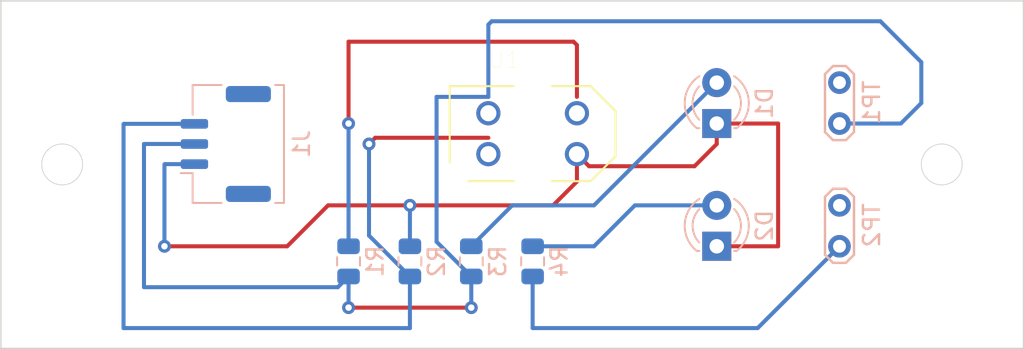
<source format=kicad_pcb>
(kicad_pcb (version 20171130) (host pcbnew "(5.1.5)-3")

  (general
    (thickness 1.6)
    (drawings 6)
    (tracks 69)
    (zones 0)
    (modules 10)
    (nets 8)
  )

  (page A4)
  (title_block
    (title "Sensor de velocidad")
    (date 2020-06-30)
    (comment 3 "Verónica Ríos Vargas")
    (comment 4 Diseño:)
  )

  (layers
    (0 F.Cu signal)
    (31 B.Cu signal)
    (32 B.Adhes user)
    (33 F.Adhes user)
    (34 B.Paste user)
    (35 F.Paste user)
    (36 B.SilkS user)
    (37 F.SilkS user)
    (38 B.Mask user)
    (39 F.Mask user)
    (40 Dwgs.User user)
    (41 Cmts.User user)
    (42 Eco1.User user)
    (43 Eco2.User user)
    (44 Edge.Cuts user)
    (45 Margin user)
    (46 B.CrtYd user)
    (47 F.CrtYd user)
    (48 B.Fab user)
    (49 F.Fab user)
  )

  (setup
    (last_trace_width 0.25)
    (trace_clearance 0.2)
    (zone_clearance 0.508)
    (zone_45_only no)
    (trace_min 0.2)
    (via_size 0.8)
    (via_drill 0.4)
    (via_min_size 0.4)
    (via_min_drill 0.3)
    (uvia_size 0.3)
    (uvia_drill 0.1)
    (uvias_allowed no)
    (uvia_min_size 0.2)
    (uvia_min_drill 0.1)
    (edge_width 0.05)
    (segment_width 0.2)
    (pcb_text_width 0.3)
    (pcb_text_size 1.5 1.5)
    (mod_edge_width 0.12)
    (mod_text_size 1 1)
    (mod_text_width 0.15)
    (pad_size 1.524 1.524)
    (pad_drill 0.762)
    (pad_to_mask_clearance 0.051)
    (solder_mask_min_width 0.25)
    (aux_axis_origin 0 0)
    (visible_elements 7FFFFFFF)
    (pcbplotparams
      (layerselection 0x010fc_ffffffff)
      (usegerberextensions false)
      (usegerberattributes false)
      (usegerberadvancedattributes false)
      (creategerberjobfile false)
      (excludeedgelayer true)
      (linewidth 0.100000)
      (plotframeref false)
      (viasonmask false)
      (mode 1)
      (useauxorigin false)
      (hpglpennumber 1)
      (hpglpenspeed 20)
      (hpglpendiameter 15.000000)
      (psnegative false)
      (psa4output false)
      (plotreference true)
      (plotvalue true)
      (plotinvisibletext false)
      (padsonsilk false)
      (subtractmaskfromsilk false)
      (outputformat 1)
      (mirror false)
      (drillshape 1)
      (scaleselection 1)
      (outputdirectory ""))
  )

  (net 0 "")
  (net 1 GND)
  (net 2 "Net-(D1-Pad2)")
  (net 3 "Net-(D2-Pad2)")
  (net 4 /out)
  (net 5 +5V)
  (net 6 "Net-(R1-Pad2)")
  (net 7 "Net-(J1-Pad3)")

  (net_class Default "Esta es la clase de red por defecto."
    (clearance 0.2)
    (trace_width 0.25)
    (via_dia 0.8)
    (via_drill 0.4)
    (uvia_dia 0.3)
    (uvia_drill 0.1)
    (add_net +5V)
    (add_net /out)
    (add_net GND)
    (add_net "Net-(D1-Pad2)")
    (add_net "Net-(D2-Pad2)")
    (add_net "Net-(J1-Pad3)")
    (add_net "Net-(R1-Pad2)")
  )

  (module LED_THT:LED_D3.0mm (layer B.Cu) (tedit 587A3A7B) (tstamp 5EFBE68C)
    (at 166.37 63.5 90)
    (descr "LED, diameter 3.0mm, 2 pins")
    (tags "LED diameter 3.0mm 2 pins")
    (path /5EFCA59F)
    (fp_text reference D1 (at 1.27 2.96 90) (layer B.SilkS)
      (effects (font (size 1 1) (thickness 0.15)) (justify mirror))
    )
    (fp_text value LED (at 1.27 -2.96 90) (layer B.Fab)
      (effects (font (size 1 1) (thickness 0.15)) (justify mirror))
    )
    (fp_arc (start 1.27 0) (end -0.23 1.16619) (angle -284.3) (layer B.Fab) (width 0.1))
    (fp_arc (start 1.27 0) (end -0.29 1.235516) (angle -108.8) (layer B.SilkS) (width 0.12))
    (fp_arc (start 1.27 0) (end -0.29 -1.235516) (angle 108.8) (layer B.SilkS) (width 0.12))
    (fp_arc (start 1.27 0) (end 0.229039 1.08) (angle -87.9) (layer B.SilkS) (width 0.12))
    (fp_arc (start 1.27 0) (end 0.229039 -1.08) (angle 87.9) (layer B.SilkS) (width 0.12))
    (fp_circle (center 1.27 0) (end 2.77 0) (layer B.Fab) (width 0.1))
    (fp_line (start -0.23 1.16619) (end -0.23 -1.16619) (layer B.Fab) (width 0.1))
    (fp_line (start -0.29 1.236) (end -0.29 1.08) (layer B.SilkS) (width 0.12))
    (fp_line (start -0.29 -1.08) (end -0.29 -1.236) (layer B.SilkS) (width 0.12))
    (fp_line (start -1.15 2.25) (end -1.15 -2.25) (layer B.CrtYd) (width 0.05))
    (fp_line (start -1.15 -2.25) (end 3.7 -2.25) (layer B.CrtYd) (width 0.05))
    (fp_line (start 3.7 -2.25) (end 3.7 2.25) (layer B.CrtYd) (width 0.05))
    (fp_line (start 3.7 2.25) (end -1.15 2.25) (layer B.CrtYd) (width 0.05))
    (pad 1 thru_hole rect (at 0 0 90) (size 1.8 1.8) (drill 0.9) (layers *.Cu *.Mask)
      (net 1 GND))
    (pad 2 thru_hole circle (at 2.54 0 90) (size 1.8 1.8) (drill 0.9) (layers *.Cu *.Mask)
      (net 2 "Net-(D1-Pad2)"))
    (model ${KISYS3DMOD}/LED_THT.3dshapes/LED_D3.0mm.wrl
      (at (xyz 0 0 0))
      (scale (xyz 1 1 1))
      (rotate (xyz 0 0 0))
    )
  )

  (module LED_THT:LED_D3.0mm (layer B.Cu) (tedit 587A3A7B) (tstamp 5EFBE69F)
    (at 166.37 71.12 90)
    (descr "LED, diameter 3.0mm, 2 pins")
    (tags "LED diameter 3.0mm 2 pins")
    (path /5EFD3092)
    (fp_text reference D2 (at 1.27 2.96 90) (layer B.SilkS)
      (effects (font (size 1 1) (thickness 0.15)) (justify mirror))
    )
    (fp_text value LED (at 1.27 -2.96 90) (layer B.Fab)
      (effects (font (size 1 1) (thickness 0.15)) (justify mirror))
    )
    (fp_line (start 3.7 2.25) (end -1.15 2.25) (layer B.CrtYd) (width 0.05))
    (fp_line (start 3.7 -2.25) (end 3.7 2.25) (layer B.CrtYd) (width 0.05))
    (fp_line (start -1.15 -2.25) (end 3.7 -2.25) (layer B.CrtYd) (width 0.05))
    (fp_line (start -1.15 2.25) (end -1.15 -2.25) (layer B.CrtYd) (width 0.05))
    (fp_line (start -0.29 -1.08) (end -0.29 -1.236) (layer B.SilkS) (width 0.12))
    (fp_line (start -0.29 1.236) (end -0.29 1.08) (layer B.SilkS) (width 0.12))
    (fp_line (start -0.23 1.16619) (end -0.23 -1.16619) (layer B.Fab) (width 0.1))
    (fp_circle (center 1.27 0) (end 2.77 0) (layer B.Fab) (width 0.1))
    (fp_arc (start 1.27 0) (end 0.229039 -1.08) (angle 87.9) (layer B.SilkS) (width 0.12))
    (fp_arc (start 1.27 0) (end 0.229039 1.08) (angle -87.9) (layer B.SilkS) (width 0.12))
    (fp_arc (start 1.27 0) (end -0.29 -1.235516) (angle 108.8) (layer B.SilkS) (width 0.12))
    (fp_arc (start 1.27 0) (end -0.29 1.235516) (angle -108.8) (layer B.SilkS) (width 0.12))
    (fp_arc (start 1.27 0) (end -0.23 1.16619) (angle -284.3) (layer B.Fab) (width 0.1))
    (pad 2 thru_hole circle (at 2.54 0 90) (size 1.8 1.8) (drill 0.9) (layers *.Cu *.Mask)
      (net 3 "Net-(D2-Pad2)"))
    (pad 1 thru_hole rect (at 0 0 90) (size 1.8 1.8) (drill 0.9) (layers *.Cu *.Mask)
      (net 1 GND))
    (model ${KISYS3DMOD}/LED_THT.3dshapes/LED_D3.0mm.wrl
      (at (xyz 0 0 0))
      (scale (xyz 1 1 1))
      (rotate (xyz 0 0 0))
    )
  )

  (module Connector_Molex:Molex_CLIK-Mate_502382-0370_1x03-1MP_P1.25mm_Vertical (layer B.Cu) (tedit 5B78AD89) (tstamp 5EFBE6BB)
    (at 135.89 64.77 90)
    (descr "Molex CLIK-Mate series connector, 502382-0370 (http://www.molex.com/pdm_docs/sd/5023820270_sd.pdf), generated with kicad-footprint-generator")
    (tags "connector Molex CLIK-Mate side entry")
    (path /5EFD1FF6)
    (attr smd)
    (fp_text reference J1 (at 0 4.7 -90) (layer B.SilkS)
      (effects (font (size 1 1) (thickness 0.15)) (justify mirror))
    )
    (fp_text value Conn_01x03_Female (at 0 -4 -90) (layer B.Fab)
      (effects (font (size 1 1) (thickness 0.15)) (justify mirror))
    )
    (fp_line (start -3.55 -1.95) (end 3.55 -1.95) (layer B.Fab) (width 0.1))
    (fp_line (start -3.66 -0.26) (end -3.66 -2.06) (layer B.SilkS) (width 0.12))
    (fp_line (start -3.66 -2.06) (end -1.81 -2.06) (layer B.SilkS) (width 0.12))
    (fp_line (start -1.81 -2.06) (end -1.81 -2.8) (layer B.SilkS) (width 0.12))
    (fp_line (start 3.66 -0.26) (end 3.66 -2.06) (layer B.SilkS) (width 0.12))
    (fp_line (start 3.66 -2.06) (end 1.81 -2.06) (layer B.SilkS) (width 0.12))
    (fp_line (start -3.66 3.06) (end -3.66 3.61) (layer B.SilkS) (width 0.12))
    (fp_line (start -3.66 3.61) (end 3.66 3.61) (layer B.SilkS) (width 0.12))
    (fp_line (start 3.66 3.61) (end 3.66 3.06) (layer B.SilkS) (width 0.12))
    (fp_line (start -3.55 3.5) (end 3.55 3.5) (layer B.Fab) (width 0.1))
    (fp_line (start -3.55 -1.95) (end -3.55 3.5) (layer B.Fab) (width 0.1))
    (fp_line (start 3.55 -1.95) (end 3.55 3.5) (layer B.Fab) (width 0.1))
    (fp_line (start -4.1 4) (end -4.1 -3.3) (layer B.CrtYd) (width 0.05))
    (fp_line (start -4.1 -3.3) (end 4.1 -3.3) (layer B.CrtYd) (width 0.05))
    (fp_line (start 4.1 -3.3) (end 4.1 4) (layer B.CrtYd) (width 0.05))
    (fp_line (start 4.1 4) (end -4.1 4) (layer B.CrtYd) (width 0.05))
    (fp_line (start -1.75 -1.95) (end -1.25 -1.242893) (layer B.Fab) (width 0.1))
    (fp_line (start -1.25 -1.242893) (end -0.75 -1.95) (layer B.Fab) (width 0.1))
    (fp_text user %R (at 0 0.77 -90) (layer B.Fab)
      (effects (font (size 1 1) (thickness 0.15)) (justify mirror))
    )
    (pad 1 smd roundrect (at -1.25 -1.95 90) (size 0.6 1.7) (layers B.Cu B.Paste B.Mask) (roundrect_rratio 0.25)
      (net 1 GND))
    (pad 2 smd roundrect (at 0 -1.95 90) (size 0.6 1.7) (layers B.Cu B.Paste B.Mask) (roundrect_rratio 0.25)
      (net 5 +5V))
    (pad 3 smd roundrect (at 1.25 -1.95 90) (size 0.6 1.7) (layers B.Cu B.Paste B.Mask) (roundrect_rratio 0.25)
      (net 7 "Net-(J1-Pad3)"))
    (pad MP smd roundrect (at -3.1 1.4 90) (size 1 2.8) (layers B.Cu B.Paste B.Mask) (roundrect_rratio 0.25))
    (pad MP smd roundrect (at 3.1 1.4 90) (size 1 2.8) (layers B.Cu B.Paste B.Mask) (roundrect_rratio 0.25))
    (model ${KISYS3DMOD}/Connector_Molex.3dshapes/Molex_CLIK-Mate_502382-0370_1x03-1MP_P1.25mm_Vertical.wrl
      (at (xyz 0 0 0))
      (scale (xyz 1 1 1))
      (rotate (xyz 0 0 0))
    )
  )

  (module Resistor_SMD:R_0805_2012Metric (layer B.Cu) (tedit 5B36C52B) (tstamp 5EFBE6CC)
    (at 143.51 72.0575 90)
    (descr "Resistor SMD 0805 (2012 Metric), square (rectangular) end terminal, IPC_7351 nominal, (Body size source: https://docs.google.com/spreadsheets/d/1BsfQQcO9C6DZCsRaXUlFlo91Tg2WpOkGARC1WS5S8t0/edit?usp=sharing), generated with kicad-footprint-generator")
    (tags resistor)
    (path /5EF6F017)
    (attr smd)
    (fp_text reference R1 (at 0 1.65 90) (layer B.SilkS)
      (effects (font (size 1 1) (thickness 0.15)) (justify mirror))
    )
    (fp_text value 100 (at 0 -1.65 90) (layer B.Fab)
      (effects (font (size 1 1) (thickness 0.15)) (justify mirror))
    )
    (fp_line (start -1 -0.6) (end -1 0.6) (layer B.Fab) (width 0.1))
    (fp_line (start -1 0.6) (end 1 0.6) (layer B.Fab) (width 0.1))
    (fp_line (start 1 0.6) (end 1 -0.6) (layer B.Fab) (width 0.1))
    (fp_line (start 1 -0.6) (end -1 -0.6) (layer B.Fab) (width 0.1))
    (fp_line (start -0.258578 0.71) (end 0.258578 0.71) (layer B.SilkS) (width 0.12))
    (fp_line (start -0.258578 -0.71) (end 0.258578 -0.71) (layer B.SilkS) (width 0.12))
    (fp_line (start -1.68 -0.95) (end -1.68 0.95) (layer B.CrtYd) (width 0.05))
    (fp_line (start -1.68 0.95) (end 1.68 0.95) (layer B.CrtYd) (width 0.05))
    (fp_line (start 1.68 0.95) (end 1.68 -0.95) (layer B.CrtYd) (width 0.05))
    (fp_line (start 1.68 -0.95) (end -1.68 -0.95) (layer B.CrtYd) (width 0.05))
    (fp_text user %R (at 0 0 90) (layer B.Fab)
      (effects (font (size 0.5 0.5) (thickness 0.08)) (justify mirror))
    )
    (pad 1 smd roundrect (at -0.9375 0 90) (size 0.975 1.4) (layers B.Cu B.Paste B.Mask) (roundrect_rratio 0.25)
      (net 5 +5V))
    (pad 2 smd roundrect (at 0.9375 0 90) (size 0.975 1.4) (layers B.Cu B.Paste B.Mask) (roundrect_rratio 0.25)
      (net 6 "Net-(R1-Pad2)"))
    (model ${KISYS3DMOD}/Resistor_SMD.3dshapes/R_0805_2012Metric.wrl
      (at (xyz 0 0 0))
      (scale (xyz 1 1 1))
      (rotate (xyz 0 0 0))
    )
  )

  (module Resistor_SMD:R_0805_2012Metric (layer B.Cu) (tedit 5B36C52B) (tstamp 5EFBE6DD)
    (at 147.32 72.0575 90)
    (descr "Resistor SMD 0805 (2012 Metric), square (rectangular) end terminal, IPC_7351 nominal, (Body size source: https://docs.google.com/spreadsheets/d/1BsfQQcO9C6DZCsRaXUlFlo91Tg2WpOkGARC1WS5S8t0/edit?usp=sharing), generated with kicad-footprint-generator")
    (tags resistor)
    (path /5EF6F9F3)
    (attr smd)
    (fp_text reference R2 (at 0 1.65 90) (layer B.SilkS)
      (effects (font (size 1 1) (thickness 0.15)) (justify mirror))
    )
    (fp_text value 4.7K (at 0 -1.65 90) (layer B.Fab)
      (effects (font (size 1 1) (thickness 0.15)) (justify mirror))
    )
    (fp_text user %R (at 0 0 90) (layer B.Fab)
      (effects (font (size 0.5 0.5) (thickness 0.08)) (justify mirror))
    )
    (fp_line (start 1.68 -0.95) (end -1.68 -0.95) (layer B.CrtYd) (width 0.05))
    (fp_line (start 1.68 0.95) (end 1.68 -0.95) (layer B.CrtYd) (width 0.05))
    (fp_line (start -1.68 0.95) (end 1.68 0.95) (layer B.CrtYd) (width 0.05))
    (fp_line (start -1.68 -0.95) (end -1.68 0.95) (layer B.CrtYd) (width 0.05))
    (fp_line (start -0.258578 -0.71) (end 0.258578 -0.71) (layer B.SilkS) (width 0.12))
    (fp_line (start -0.258578 0.71) (end 0.258578 0.71) (layer B.SilkS) (width 0.12))
    (fp_line (start 1 -0.6) (end -1 -0.6) (layer B.Fab) (width 0.1))
    (fp_line (start 1 0.6) (end 1 -0.6) (layer B.Fab) (width 0.1))
    (fp_line (start -1 0.6) (end 1 0.6) (layer B.Fab) (width 0.1))
    (fp_line (start -1 -0.6) (end -1 0.6) (layer B.Fab) (width 0.1))
    (pad 2 smd roundrect (at 0.9375 0 90) (size 0.975 1.4) (layers B.Cu B.Paste B.Mask) (roundrect_rratio 0.25)
      (net 1 GND))
    (pad 1 smd roundrect (at -0.9375 0 90) (size 0.975 1.4) (layers B.Cu B.Paste B.Mask) (roundrect_rratio 0.25)
      (net 7 "Net-(J1-Pad3)"))
    (model ${KISYS3DMOD}/Resistor_SMD.3dshapes/R_0805_2012Metric.wrl
      (at (xyz 0 0 0))
      (scale (xyz 1 1 1))
      (rotate (xyz 0 0 0))
    )
  )

  (module Resistor_SMD:R_0805_2012Metric (layer B.Cu) (tedit 5B36C52B) (tstamp 5EFBE6EE)
    (at 151.13 72.0575 90)
    (descr "Resistor SMD 0805 (2012 Metric), square (rectangular) end terminal, IPC_7351 nominal, (Body size source: https://docs.google.com/spreadsheets/d/1BsfQQcO9C6DZCsRaXUlFlo91Tg2WpOkGARC1WS5S8t0/edit?usp=sharing), generated with kicad-footprint-generator")
    (tags resistor)
    (path /5EFCB459)
    (attr smd)
    (fp_text reference R3 (at 0 1.65 90) (layer B.SilkS)
      (effects (font (size 1 1) (thickness 0.15)) (justify mirror))
    )
    (fp_text value R (at 0 -1.65 90) (layer B.Fab)
      (effects (font (size 1 1) (thickness 0.15)) (justify mirror))
    )
    (fp_line (start -1 -0.6) (end -1 0.6) (layer B.Fab) (width 0.1))
    (fp_line (start -1 0.6) (end 1 0.6) (layer B.Fab) (width 0.1))
    (fp_line (start 1 0.6) (end 1 -0.6) (layer B.Fab) (width 0.1))
    (fp_line (start 1 -0.6) (end -1 -0.6) (layer B.Fab) (width 0.1))
    (fp_line (start -0.258578 0.71) (end 0.258578 0.71) (layer B.SilkS) (width 0.12))
    (fp_line (start -0.258578 -0.71) (end 0.258578 -0.71) (layer B.SilkS) (width 0.12))
    (fp_line (start -1.68 -0.95) (end -1.68 0.95) (layer B.CrtYd) (width 0.05))
    (fp_line (start -1.68 0.95) (end 1.68 0.95) (layer B.CrtYd) (width 0.05))
    (fp_line (start 1.68 0.95) (end 1.68 -0.95) (layer B.CrtYd) (width 0.05))
    (fp_line (start 1.68 -0.95) (end -1.68 -0.95) (layer B.CrtYd) (width 0.05))
    (fp_text user %R (at 0 0 90) (layer B.Fab)
      (effects (font (size 0.5 0.5) (thickness 0.08)) (justify mirror))
    )
    (pad 1 smd roundrect (at -0.9375 0 90) (size 0.975 1.4) (layers B.Cu B.Paste B.Mask) (roundrect_rratio 0.25)
      (net 5 +5V))
    (pad 2 smd roundrect (at 0.9375 0 90) (size 0.975 1.4) (layers B.Cu B.Paste B.Mask) (roundrect_rratio 0.25)
      (net 2 "Net-(D1-Pad2)"))
    (model ${KISYS3DMOD}/Resistor_SMD.3dshapes/R_0805_2012Metric.wrl
      (at (xyz 0 0 0))
      (scale (xyz 1 1 1))
      (rotate (xyz 0 0 0))
    )
  )

  (module Resistor_SMD:R_0805_2012Metric (layer B.Cu) (tedit 5B36C52B) (tstamp 5EFBE6FF)
    (at 154.94 72.0575 90)
    (descr "Resistor SMD 0805 (2012 Metric), square (rectangular) end terminal, IPC_7351 nominal, (Body size source: https://docs.google.com/spreadsheets/d/1BsfQQcO9C6DZCsRaXUlFlo91Tg2WpOkGARC1WS5S8t0/edit?usp=sharing), generated with kicad-footprint-generator")
    (tags resistor)
    (path /5EFD2948)
    (attr smd)
    (fp_text reference R4 (at 0 1.65 90) (layer B.SilkS)
      (effects (font (size 1 1) (thickness 0.15)) (justify mirror))
    )
    (fp_text value R (at 0 -1.65 90) (layer B.Fab)
      (effects (font (size 1 1) (thickness 0.15)) (justify mirror))
    )
    (fp_text user %R (at 0 0 90) (layer B.Fab)
      (effects (font (size 0.5 0.5) (thickness 0.08)) (justify mirror))
    )
    (fp_line (start 1.68 -0.95) (end -1.68 -0.95) (layer B.CrtYd) (width 0.05))
    (fp_line (start 1.68 0.95) (end 1.68 -0.95) (layer B.CrtYd) (width 0.05))
    (fp_line (start -1.68 0.95) (end 1.68 0.95) (layer B.CrtYd) (width 0.05))
    (fp_line (start -1.68 -0.95) (end -1.68 0.95) (layer B.CrtYd) (width 0.05))
    (fp_line (start -0.258578 -0.71) (end 0.258578 -0.71) (layer B.SilkS) (width 0.12))
    (fp_line (start -0.258578 0.71) (end 0.258578 0.71) (layer B.SilkS) (width 0.12))
    (fp_line (start 1 -0.6) (end -1 -0.6) (layer B.Fab) (width 0.1))
    (fp_line (start 1 0.6) (end 1 -0.6) (layer B.Fab) (width 0.1))
    (fp_line (start -1 0.6) (end 1 0.6) (layer B.Fab) (width 0.1))
    (fp_line (start -1 -0.6) (end -1 0.6) (layer B.Fab) (width 0.1))
    (pad 2 smd roundrect (at 0.9375 0 90) (size 0.975 1.4) (layers B.Cu B.Paste B.Mask) (roundrect_rratio 0.25)
      (net 3 "Net-(D2-Pad2)"))
    (pad 1 smd roundrect (at -0.9375 0 90) (size 0.975 1.4) (layers B.Cu B.Paste B.Mask) (roundrect_rratio 0.25)
      (net 4 /out))
    (model ${KISYS3DMOD}/Resistor_SMD.3dshapes/R_0805_2012Metric.wrl
      (at (xyz 0 0 0))
      (scale (xyz 1 1 1))
      (rotate (xyz 0 0 0))
    )
  )

  (module TestPoint:TestPoint_2Pads_Pitch2.54mm_Drill0.8mm (layer B.Cu) (tedit 5A0F774F) (tstamp 5EFBE716)
    (at 173.99 63.5 90)
    (descr "Test point with 2 pins, pitch 2.54mm, drill diameter 0.8mm")
    (tags "CONN DEV")
    (path /5EFC9C8D)
    (attr virtual)
    (fp_text reference TP1 (at 1.3 2 90) (layer B.SilkS)
      (effects (font (size 1 1) (thickness 0.15)) (justify mirror))
    )
    (fp_text value TestPoint (at 1.27 -2 90) (layer B.Fab)
      (effects (font (size 1 1) (thickness 0.15)) (justify mirror))
    )
    (fp_text user %R (at 1.3 2 90) (layer B.Fab)
      (effects (font (size 1 1) (thickness 0.15)) (justify mirror))
    )
    (fp_line (start -0.65 -1.15) (end 3.15 -1.15) (layer B.CrtYd) (width 0.05))
    (fp_line (start 3.15 -1.15) (end 3.8 -0.5) (layer B.CrtYd) (width 0.05))
    (fp_line (start 3.8 -0.5) (end 3.8 0.5) (layer B.CrtYd) (width 0.05))
    (fp_line (start 3.8 0.5) (end 3.15 1.15) (layer B.CrtYd) (width 0.05))
    (fp_line (start 3.15 1.15) (end -0.65 1.15) (layer B.CrtYd) (width 0.05))
    (fp_line (start -0.65 1.15) (end -1.3 0.5) (layer B.CrtYd) (width 0.05))
    (fp_line (start -1.3 0.5) (end -1.3 -0.5) (layer B.CrtYd) (width 0.05))
    (fp_line (start -1.3 -0.5) (end -0.65 -1.15) (layer B.CrtYd) (width 0.05))
    (fp_line (start -0.53 0.9) (end 3.07 0.9) (layer B.SilkS) (width 0.15))
    (fp_line (start 3.07 0.9) (end 3.57 0.4) (layer B.SilkS) (width 0.15))
    (fp_line (start 3.57 0.4) (end 3.57 -0.4) (layer B.SilkS) (width 0.15))
    (fp_line (start 3.57 -0.4) (end 3.07 -0.9) (layer B.SilkS) (width 0.15))
    (fp_line (start 3.07 -0.9) (end -0.53 -0.9) (layer B.SilkS) (width 0.15))
    (fp_line (start -0.53 -0.9) (end -1.03 -0.4) (layer B.SilkS) (width 0.15))
    (fp_line (start -1.03 -0.4) (end -1.03 0.4) (layer B.SilkS) (width 0.15))
    (fp_line (start -1.03 0.4) (end -0.53 0.9) (layer B.SilkS) (width 0.15))
    (pad 1 thru_hole circle (at 0 0 90) (size 1.4 1.4) (drill 0.8) (layers *.Cu *.Mask)
      (net 5 +5V))
    (pad 2 thru_hole circle (at 2.54 0 90) (size 1.4 1.4) (drill 0.8) (layers *.Cu *.Mask))
  )

  (module TestPoint:TestPoint_2Pads_Pitch2.54mm_Drill0.8mm (layer B.Cu) (tedit 5A0F774F) (tstamp 5EFBE72D)
    (at 173.99 71.12 90)
    (descr "Test point with 2 pins, pitch 2.54mm, drill diameter 0.8mm")
    (tags "CONN DEV")
    (path /5EFD2219)
    (attr virtual)
    (fp_text reference TP2 (at 1.3 2 90) (layer B.SilkS)
      (effects (font (size 1 1) (thickness 0.15)) (justify mirror))
    )
    (fp_text value TestPoint (at 1.27 -2 90) (layer B.Fab)
      (effects (font (size 1 1) (thickness 0.15)) (justify mirror))
    )
    (fp_line (start -1.03 0.4) (end -0.53 0.9) (layer B.SilkS) (width 0.15))
    (fp_line (start -1.03 -0.4) (end -1.03 0.4) (layer B.SilkS) (width 0.15))
    (fp_line (start -0.53 -0.9) (end -1.03 -0.4) (layer B.SilkS) (width 0.15))
    (fp_line (start 3.07 -0.9) (end -0.53 -0.9) (layer B.SilkS) (width 0.15))
    (fp_line (start 3.57 -0.4) (end 3.07 -0.9) (layer B.SilkS) (width 0.15))
    (fp_line (start 3.57 0.4) (end 3.57 -0.4) (layer B.SilkS) (width 0.15))
    (fp_line (start 3.07 0.9) (end 3.57 0.4) (layer B.SilkS) (width 0.15))
    (fp_line (start -0.53 0.9) (end 3.07 0.9) (layer B.SilkS) (width 0.15))
    (fp_line (start -1.3 -0.5) (end -0.65 -1.15) (layer B.CrtYd) (width 0.05))
    (fp_line (start -1.3 0.5) (end -1.3 -0.5) (layer B.CrtYd) (width 0.05))
    (fp_line (start -0.65 1.15) (end -1.3 0.5) (layer B.CrtYd) (width 0.05))
    (fp_line (start 3.15 1.15) (end -0.65 1.15) (layer B.CrtYd) (width 0.05))
    (fp_line (start 3.8 0.5) (end 3.15 1.15) (layer B.CrtYd) (width 0.05))
    (fp_line (start 3.8 -0.5) (end 3.8 0.5) (layer B.CrtYd) (width 0.05))
    (fp_line (start 3.15 -1.15) (end 3.8 -0.5) (layer B.CrtYd) (width 0.05))
    (fp_line (start -0.65 -1.15) (end 3.15 -1.15) (layer B.CrtYd) (width 0.05))
    (fp_text user %R (at 1.3 2 90) (layer B.Fab)
      (effects (font (size 1 1) (thickness 0.15)) (justify mirror))
    )
    (pad 2 thru_hole circle (at 2.54 0 90) (size 1.4 1.4) (drill 0.8) (layers *.Cu *.Mask))
    (pad 1 thru_hole circle (at 0 0 90) (size 1.4 1.4) (drill 0.8) (layers *.Cu *.Mask)
      (net 4 /out))
  )

  (module TCRT5000:OPTO_TCRT5000 (layer F.Cu) (tedit 5EF6BD17) (tstamp 5EFBE74A)
    (at 154.94 64.13)
    (path /5EF6E61D)
    (fp_text reference U1 (at -1.76355 -4.57476) (layer F.SilkS)
      (effects (font (size 1.004126 1.004126) (thickness 0.015)))
    )
    (fp_text value TCRT5000 (at 3.348185 4.714335) (layer F.Fab)
      (effects (font (size 1.005331 1.005331) (thickness 0.015)))
    )
    (fp_line (start -5.4 -3.4) (end -5.4 3.4) (layer F.CrtYd) (width 0.05))
    (fp_line (start -5.4 3.4) (end 5.4 3.4) (layer F.CrtYd) (width 0.05))
    (fp_line (start 5.4 3.4) (end 5.4 -3.4) (layer F.CrtYd) (width 0.05))
    (fp_line (start 5.4 -3.4) (end -5.4 -3.4) (layer F.CrtYd) (width 0.05))
    (fp_line (start -5.15 -2.95) (end -5.15 2.95) (layer F.Fab) (width 0.127))
    (fp_line (start -5.15 2.95) (end 3.6 2.95) (layer F.Fab) (width 0.127))
    (fp_line (start 3.6 -2.95) (end -5.15 -2.95) (layer F.Fab) (width 0.127))
    (fp_line (start -5.15 1.8) (end -5.15 -2.95) (layer F.SilkS) (width 0.127))
    (fp_line (start -5.15 -2.95) (end -1.17 -2.95) (layer F.SilkS) (width 0.127))
    (fp_line (start -4 2.95) (end -1.17 2.95) (layer F.SilkS) (width 0.127))
    (fp_line (start 1.17 2.95) (end 3.6 2.95) (layer F.SilkS) (width 0.127))
    (fp_line (start 3.6 -2.95) (end 1.17 -2.95) (layer F.SilkS) (width 0.127))
    (fp_line (start 5.15 1.4) (end 5.15 -1.4) (layer F.SilkS) (width 0.127))
    (fp_line (start 3.6 2.95) (end 5.15 1.4) (layer F.SilkS) (width 0.127))
    (fp_line (start 3.6 -2.95) (end 5.15 -1.4) (layer F.SilkS) (width 0.127))
    (fp_line (start 5.15 1.4) (end 5.15 -1.4) (layer F.Fab) (width 0.127))
    (fp_line (start 3.6 2.95) (end 5.15 1.4) (layer F.Fab) (width 0.127))
    (fp_line (start 3.6 -2.95) (end 5.15 -1.4) (layer F.Fab) (width 0.127))
    (pad COLL thru_hole circle (at -2.75 -1.27) (size 1.5 1.5) (drill 1) (layers *.Cu *.Mask)
      (net 5 +5V))
    (pad E thru_hole circle (at -2.75 1.27) (size 1.5 1.5) (drill 1) (layers *.Cu *.Mask)
      (net 7 "Net-(J1-Pad3)"))
    (pad A thru_hole circle (at 2.75 -1.27) (size 1.5 1.5) (drill 1) (layers *.Cu *.Mask)
      (net 6 "Net-(R1-Pad2)"))
    (pad CATH thru_hole circle (at 2.75 1.27) (size 1.5 1.5) (drill 1) (layers *.Cu *.Mask)
      (net 1 GND))
    (pad None np_thru_hole circle (at -4.65 2.45) (size 1 1) (drill 1) (layers *.Cu *.Mask))
    (pad None np_thru_hole circle (at 0 1.9) (size 2.5 2.5) (drill 2.5) (layers *.Cu *.Mask))
    (pad None np_thru_hole circle (at 0 -1.9) (size 2.5 2.5) (drill 2.5) (layers *.Cu *.Mask))
    (model ${KIPRJMOD}/libs/3D/CNY70--3DModel-STEP-56544.STEP
      (offset (xyz 0 0 -6))
      (scale (xyz 2 1 1))
      (rotate (xyz -90 0 0))
    )
  )

  (gr_circle (center 180.34 66.04) (end 180.34 64.77) (layer Edge.Cuts) (width 0.05))
  (gr_line (start 121.92 55.88) (end 185.42 55.88) (layer Edge.Cuts) (width 0.1))
  (gr_circle (center 125.73 66.04) (end 125.73 64.77) (layer Edge.Cuts) (width 0.05) (tstamp 5EFBCB28))
  (gr_line (start 185.42 55.88) (end 185.42 77.47) (layer Edge.Cuts) (width 0.1))
  (gr_line (start 121.92 77.47) (end 121.92 55.88) (layer Edge.Cuts) (width 0.1))
  (gr_line (start 185.42 77.47) (end 121.92 77.47) (layer Edge.Cuts) (width 0.1))

  (segment (start 133.94 66.02) (end 132.1 66.02) (width 0.25) (layer B.Cu) (net 1))
  (segment (start 132.1 66.02) (end 132.08 66.04) (width 0.25) (layer B.Cu) (net 1))
  (segment (start 132.08 66.04) (end 132.08 71.12) (width 0.25) (layer B.Cu) (net 1))
  (segment (start 132.08 71.12) (end 132.08 71.12) (width 0.25) (layer B.Cu) (net 1) (tstamp 5EFBF9C0))
  (via (at 132.08 71.12) (size 0.8) (drill 0.4) (layers F.Cu B.Cu) (net 1) (status 1000000))
  (segment (start 132.08 71.12) (end 139.7 71.12) (width 0.25) (layer F.Cu) (net 1))
  (segment (start 139.7 71.12) (end 142.24 68.58) (width 0.25) (layer F.Cu) (net 1))
  (segment (start 142.24 68.58) (end 147.32 68.58) (width 0.25) (layer F.Cu) (net 1))
  (segment (start 147.32 68.58) (end 147.32 68.58) (width 0.25) (layer F.Cu) (net 1) (tstamp 5EFBF9CF))
  (via (at 147.32 68.58) (size 0.8) (drill 0.4) (layers F.Cu B.Cu) (net 1))
  (segment (start 147.32 68.58) (end 147.32 71.12) (width 0.25) (layer B.Cu) (net 1))
  (segment (start 166.37 63.5) (end 170.18 63.5) (width 0.25) (layer F.Cu) (net 1))
  (segment (start 170.18 63.5) (end 170.18 71.12) (width 0.25) (layer F.Cu) (net 1))
  (segment (start 170.18 71.12) (end 166.37 71.12) (width 0.25) (layer F.Cu) (net 1))
  (segment (start 156.21 68.58) (end 147.32 68.58) (width 0.25) (layer F.Cu) (net 1))
  (segment (start 157.69 67.1) (end 156.21 68.58) (width 0.25) (layer F.Cu) (net 1))
  (segment (start 157.69 67.1) (end 157.69 65.4) (width 0.25) (layer F.Cu) (net 1))
  (segment (start 158.439999 66.149999) (end 164.990001 66.149999) (width 0.25) (layer F.Cu) (net 1))
  (segment (start 157.69 65.4) (end 158.439999 66.149999) (width 0.25) (layer F.Cu) (net 1))
  (segment (start 166.37 64.77) (end 166.37 63.5) (width 0.25) (layer F.Cu) (net 1))
  (segment (start 164.990001 66.149999) (end 166.37 64.77) (width 0.25) (layer F.Cu) (net 1))
  (segment (start 153.67 68.58) (end 151.13 71.12) (width 0.25) (layer B.Cu) (net 2))
  (segment (start 166.37 60.96) (end 158.75 68.58) (width 0.25) (layer B.Cu) (net 2))
  (segment (start 158.75 68.58) (end 153.67 68.58) (width 0.25) (layer B.Cu) (net 2))
  (segment (start 158.75 71.12) (end 154.94 71.12) (width 0.25) (layer B.Cu) (net 3))
  (segment (start 166.37 68.58) (end 161.29 68.58) (width 0.25) (layer B.Cu) (net 3))
  (segment (start 161.29 68.58) (end 158.75 71.12) (width 0.25) (layer B.Cu) (net 3))
  (segment (start 154.94 72.995) (end 154.94 76.2) (width 0.25) (layer B.Cu) (net 4))
  (segment (start 168.91 76.2) (end 173.99 71.12) (width 0.25) (layer B.Cu) (net 4))
  (segment (start 154.94 76.2) (end 168.91 76.2) (width 0.25) (layer B.Cu) (net 4))
  (segment (start 152.19 61.845001) (end 152.19 57.36) (width 0.25) (layer B.Cu) (net 5))
  (segment (start 152.19 57.36) (end 152.4 57.15) (width 0.25) (layer B.Cu) (net 5))
  (segment (start 152.4 57.15) (end 176.53 57.15) (width 0.25) (layer B.Cu) (net 5))
  (segment (start 176.53 57.15) (end 179.07 59.69) (width 0.25) (layer B.Cu) (net 5))
  (segment (start 179.07 59.69) (end 179.07 62.23) (width 0.25) (layer B.Cu) (net 5))
  (segment (start 177.8 63.5) (end 173.99 63.5) (width 0.25) (layer B.Cu) (net 5))
  (segment (start 179.07 62.23) (end 177.8 63.5) (width 0.25) (layer B.Cu) (net 5))
  (segment (start 133.94 64.77) (end 130.81 64.77) (width 0.25) (layer B.Cu) (net 5))
  (segment (start 130.81 64.77) (end 130.81 73.66) (width 0.25) (layer B.Cu) (net 5))
  (segment (start 142.845 73.66) (end 143.51 72.995) (width 0.25) (layer B.Cu) (net 5))
  (segment (start 130.81 73.66) (end 142.845 73.66) (width 0.25) (layer B.Cu) (net 5))
  (segment (start 143.51 72.995) (end 143.51 74.93) (width 0.25) (layer B.Cu) (net 5))
  (segment (start 143.51 74.93) (end 143.51 74.93) (width 0.25) (layer B.Cu) (net 5) (tstamp 5EFBFA40))
  (via (at 143.51 74.93) (size 0.8) (drill 0.4) (layers F.Cu B.Cu) (net 5))
  (segment (start 143.51 74.93) (end 151.13 74.93) (width 0.25) (layer F.Cu) (net 5))
  (segment (start 151.13 74.93) (end 151.13 74.93) (width 0.25) (layer F.Cu) (net 5) (tstamp 5EFBFA4F))
  (via (at 151.13 74.93) (size 0.8) (drill 0.4) (layers F.Cu B.Cu) (net 5))
  (segment (start 151.13 74.93) (end 151.13 72.995) (width 0.25) (layer B.Cu) (net 5))
  (segment (start 148.974999 70.839999) (end 151.13 72.995) (width 0.25) (layer B.Cu) (net 5))
  (segment (start 152.19 61.845001) (end 148.974999 61.845001) (width 0.25) (layer B.Cu) (net 5))
  (segment (start 148.974999 61.845001) (end 148.974999 70.839999) (width 0.25) (layer B.Cu) (net 5))
  (segment (start 157.69 61.845001) (end 157.69 58.63) (width 0.25) (layer F.Cu) (net 6))
  (segment (start 157.69 58.63) (end 157.48 58.42) (width 0.25) (layer F.Cu) (net 6))
  (segment (start 157.48 58.42) (end 143.51 58.42) (width 0.25) (layer F.Cu) (net 6))
  (segment (start 143.51 58.42) (end 143.51 63.5) (width 0.25) (layer F.Cu) (net 6))
  (segment (start 143.51 63.5) (end 143.51 63.5) (width 0.25) (layer F.Cu) (net 6) (tstamp 5EFBFB64))
  (via (at 143.51 63.5) (size 0.8) (drill 0.4) (layers F.Cu B.Cu) (net 6))
  (segment (start 143.51 63.5) (end 143.51 71.12) (width 0.25) (layer B.Cu) (net 6))
  (segment (start 133.94 63.52) (end 129.56 63.52) (width 0.25) (layer B.Cu) (net 7))
  (segment (start 129.56 63.52) (end 129.54 63.54) (width 0.25) (layer B.Cu) (net 7))
  (segment (start 129.54 63.54) (end 129.54 76.2) (width 0.25) (layer B.Cu) (net 7))
  (segment (start 129.54 76.2) (end 147.32 76.2) (width 0.25) (layer B.Cu) (net 7))
  (segment (start 147.32 76.2) (end 147.32 72.995) (width 0.25) (layer B.Cu) (net 7))
  (segment (start 152.19 64.385001) (end 145.164999 64.385001) (width 0.25) (layer F.Cu) (net 7))
  (segment (start 145.164999 64.385001) (end 144.78 64.77) (width 0.25) (layer F.Cu) (net 7))
  (segment (start 144.78 64.77) (end 144.78 64.77) (width 0.25) (layer F.Cu) (net 7) (tstamp 5EFBFBA9))
  (via (at 144.78 64.77) (size 0.8) (drill 0.4) (layers F.Cu B.Cu) (net 7))
  (segment (start 144.78 70.455) (end 147.32 72.995) (width 0.25) (layer B.Cu) (net 7))
  (segment (start 144.78 64.77) (end 144.78 70.455) (width 0.25) (layer B.Cu) (net 7))

)

</source>
